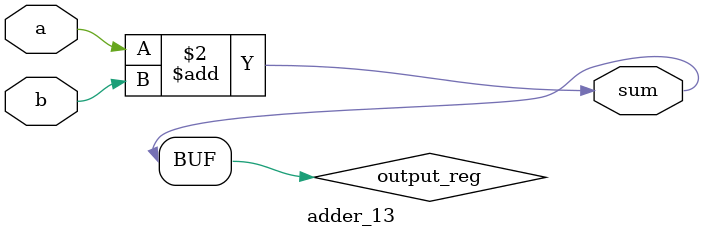
<source format=sv>
module adder_13 (input a, b, output sum);
  reg output_reg;
  always @(*) begin
    output_reg = a + b;
  end
  assign sum = output_reg;
endmodule
</source>
